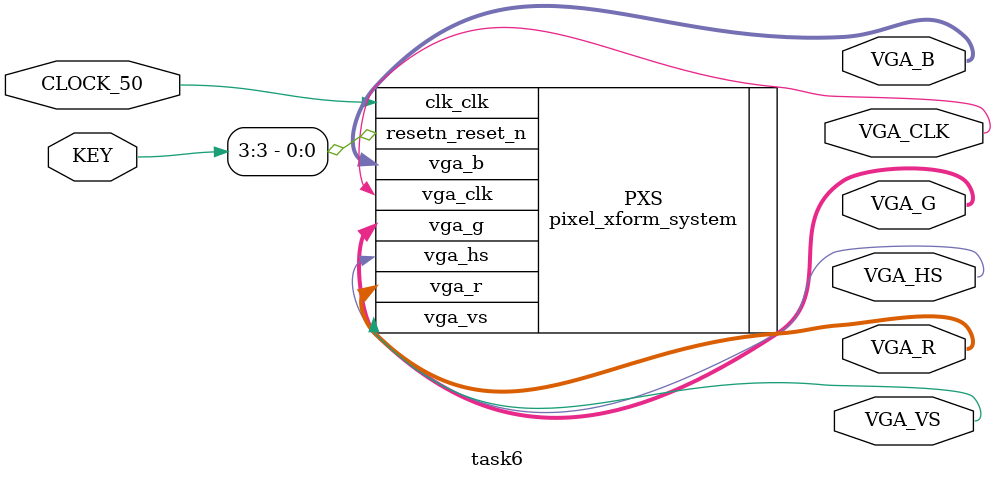
<source format=sv>
module task6 (
input CLOCK_50, 
input [3:0] KEY, 
output [7:0] VGA_R, 
output [7:0] VGA_G,
output [7:0] VGA_B, 
output VGA_VS,
output VGA_HS,
output VGA_CLK   
); 

	pixel_xform_system PXS (
	.clk_clk (CLOCK_50),
	.resetn_reset_n (KEY[3]), 
	.vga_b (VGA_B), 
	.vga_clk (VGA_CLK), 
	.vga_g (VGA_G),
	.vga_hs (VGA_HS), 
	.vga_r (VGA_R),
	.vga_vs (VGA_VS)
	);
	
endmodule 
</source>
